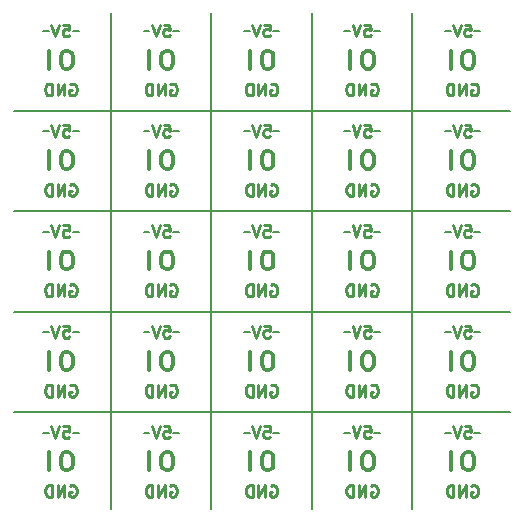
<source format=gbo>
G04 #@! TF.FileFunction,Legend,Bot*
%FSLAX46Y46*%
G04 Gerber Fmt 4.6, Leading zero omitted, Abs format (unit mm)*
G04 Created by KiCad (PCBNEW 4.0.2+dfsg1-stable) date Mo 06 Jun 2016 00:17:18 CEST*
%MOMM*%
G01*
G04 APERTURE LIST*
%ADD10C,0.100000*%
%ADD11C,0.200000*%
%ADD12C,0.250000*%
%ADD13C,0.300000*%
G04 APERTURE END LIST*
D10*
D11*
X25250000Y-18500000D02*
X25250000Y-60500000D01*
X33750000Y-60500000D02*
X33750000Y-18500000D01*
X42250000Y-18500000D02*
X42250000Y-60500000D01*
X50750000Y-60500000D02*
X50750000Y-18500000D01*
X17000000Y-52250000D02*
X59000000Y-52250000D01*
X59000000Y-43750000D02*
X17000000Y-43750000D01*
X17000000Y-35250000D02*
X59000000Y-35250000D01*
X17000000Y-26750000D02*
X59000000Y-26750000D01*
X56000000Y-54000000D02*
X56500000Y-54000000D01*
X47500000Y-54000000D02*
X48000000Y-54000000D01*
X39000000Y-54000000D02*
X39500000Y-54000000D01*
X30500000Y-54000000D02*
X31000000Y-54000000D01*
X22000000Y-54000000D02*
X22500000Y-54000000D01*
X56000000Y-45500000D02*
X56500000Y-45500000D01*
X47500000Y-45500000D02*
X48000000Y-45500000D01*
X39000000Y-45500000D02*
X39500000Y-45500000D01*
X30500000Y-45500000D02*
X31000000Y-45500000D01*
X22000000Y-45500000D02*
X22500000Y-45500000D01*
X56000000Y-37000000D02*
X56500000Y-37000000D01*
X47500000Y-37000000D02*
X48000000Y-37000000D01*
X39000000Y-37000000D02*
X39500000Y-37000000D01*
X30500000Y-37000000D02*
X31000000Y-37000000D01*
X22000000Y-37000000D02*
X22500000Y-37000000D01*
X56000000Y-28500000D02*
X56500000Y-28500000D01*
X47500000Y-28500000D02*
X48000000Y-28500000D01*
X39000000Y-28500000D02*
X39500000Y-28500000D01*
X30500000Y-28500000D02*
X31000000Y-28500000D01*
X22000000Y-28500000D02*
X22500000Y-28500000D01*
X56000000Y-20000000D02*
X56500000Y-20000000D01*
X47500000Y-20000000D02*
X48000000Y-20000000D01*
X39000000Y-20000000D02*
X39500000Y-20000000D01*
X30500000Y-20000000D02*
X31000000Y-20000000D01*
X53500000Y-54000000D02*
X54000000Y-54000000D01*
X45000000Y-54000000D02*
X45500000Y-54000000D01*
X36500000Y-54000000D02*
X37000000Y-54000000D01*
X28000000Y-54000000D02*
X28500000Y-54000000D01*
X19500000Y-54000000D02*
X20000000Y-54000000D01*
X53500000Y-45500000D02*
X54000000Y-45500000D01*
X45000000Y-45500000D02*
X45500000Y-45500000D01*
X36500000Y-45500000D02*
X37000000Y-45500000D01*
X28000000Y-45500000D02*
X28500000Y-45500000D01*
X19500000Y-45500000D02*
X20000000Y-45500000D01*
X53500000Y-37000000D02*
X54000000Y-37000000D01*
X45000000Y-37000000D02*
X45500000Y-37000000D01*
X36500000Y-37000000D02*
X37000000Y-37000000D01*
X28000000Y-37000000D02*
X28500000Y-37000000D01*
X19500000Y-37000000D02*
X20000000Y-37000000D01*
X53500000Y-28500000D02*
X54000000Y-28500000D01*
X45000000Y-28500000D02*
X45500000Y-28500000D01*
X36500000Y-28500000D02*
X37000000Y-28500000D01*
X28000000Y-28500000D02*
X28500000Y-28500000D01*
X19500000Y-28500000D02*
X20000000Y-28500000D01*
X53500000Y-20000000D02*
X54000000Y-20000000D01*
X45000000Y-20000000D02*
X45500000Y-20000000D01*
X36500000Y-20000000D02*
X37000000Y-20000000D01*
X28000000Y-20000000D02*
X28500000Y-20000000D01*
D12*
X55761904Y-58500000D02*
X55857142Y-58452381D01*
X55999999Y-58452381D01*
X56142857Y-58500000D01*
X56238095Y-58595238D01*
X56285714Y-58690476D01*
X56333333Y-58880952D01*
X56333333Y-59023810D01*
X56285714Y-59214286D01*
X56238095Y-59309524D01*
X56142857Y-59404762D01*
X55999999Y-59452381D01*
X55904761Y-59452381D01*
X55761904Y-59404762D01*
X55714285Y-59357143D01*
X55714285Y-59023810D01*
X55904761Y-59023810D01*
X55285714Y-59452381D02*
X55285714Y-58452381D01*
X54714285Y-59452381D01*
X54714285Y-58452381D01*
X54238095Y-59452381D02*
X54238095Y-58452381D01*
X54000000Y-58452381D01*
X53857142Y-58500000D01*
X53761904Y-58595238D01*
X53714285Y-58690476D01*
X53666666Y-58880952D01*
X53666666Y-59023810D01*
X53714285Y-59214286D01*
X53761904Y-59309524D01*
X53857142Y-59404762D01*
X54000000Y-59452381D01*
X54238095Y-59452381D01*
X47261904Y-58500000D02*
X47357142Y-58452381D01*
X47499999Y-58452381D01*
X47642857Y-58500000D01*
X47738095Y-58595238D01*
X47785714Y-58690476D01*
X47833333Y-58880952D01*
X47833333Y-59023810D01*
X47785714Y-59214286D01*
X47738095Y-59309524D01*
X47642857Y-59404762D01*
X47499999Y-59452381D01*
X47404761Y-59452381D01*
X47261904Y-59404762D01*
X47214285Y-59357143D01*
X47214285Y-59023810D01*
X47404761Y-59023810D01*
X46785714Y-59452381D02*
X46785714Y-58452381D01*
X46214285Y-59452381D01*
X46214285Y-58452381D01*
X45738095Y-59452381D02*
X45738095Y-58452381D01*
X45500000Y-58452381D01*
X45357142Y-58500000D01*
X45261904Y-58595238D01*
X45214285Y-58690476D01*
X45166666Y-58880952D01*
X45166666Y-59023810D01*
X45214285Y-59214286D01*
X45261904Y-59309524D01*
X45357142Y-59404762D01*
X45500000Y-59452381D01*
X45738095Y-59452381D01*
X38761904Y-58500000D02*
X38857142Y-58452381D01*
X38999999Y-58452381D01*
X39142857Y-58500000D01*
X39238095Y-58595238D01*
X39285714Y-58690476D01*
X39333333Y-58880952D01*
X39333333Y-59023810D01*
X39285714Y-59214286D01*
X39238095Y-59309524D01*
X39142857Y-59404762D01*
X38999999Y-59452381D01*
X38904761Y-59452381D01*
X38761904Y-59404762D01*
X38714285Y-59357143D01*
X38714285Y-59023810D01*
X38904761Y-59023810D01*
X38285714Y-59452381D02*
X38285714Y-58452381D01*
X37714285Y-59452381D01*
X37714285Y-58452381D01*
X37238095Y-59452381D02*
X37238095Y-58452381D01*
X37000000Y-58452381D01*
X36857142Y-58500000D01*
X36761904Y-58595238D01*
X36714285Y-58690476D01*
X36666666Y-58880952D01*
X36666666Y-59023810D01*
X36714285Y-59214286D01*
X36761904Y-59309524D01*
X36857142Y-59404762D01*
X37000000Y-59452381D01*
X37238095Y-59452381D01*
X30261904Y-58500000D02*
X30357142Y-58452381D01*
X30499999Y-58452381D01*
X30642857Y-58500000D01*
X30738095Y-58595238D01*
X30785714Y-58690476D01*
X30833333Y-58880952D01*
X30833333Y-59023810D01*
X30785714Y-59214286D01*
X30738095Y-59309524D01*
X30642857Y-59404762D01*
X30499999Y-59452381D01*
X30404761Y-59452381D01*
X30261904Y-59404762D01*
X30214285Y-59357143D01*
X30214285Y-59023810D01*
X30404761Y-59023810D01*
X29785714Y-59452381D02*
X29785714Y-58452381D01*
X29214285Y-59452381D01*
X29214285Y-58452381D01*
X28738095Y-59452381D02*
X28738095Y-58452381D01*
X28500000Y-58452381D01*
X28357142Y-58500000D01*
X28261904Y-58595238D01*
X28214285Y-58690476D01*
X28166666Y-58880952D01*
X28166666Y-59023810D01*
X28214285Y-59214286D01*
X28261904Y-59309524D01*
X28357142Y-59404762D01*
X28500000Y-59452381D01*
X28738095Y-59452381D01*
X21761904Y-58500000D02*
X21857142Y-58452381D01*
X21999999Y-58452381D01*
X22142857Y-58500000D01*
X22238095Y-58595238D01*
X22285714Y-58690476D01*
X22333333Y-58880952D01*
X22333333Y-59023810D01*
X22285714Y-59214286D01*
X22238095Y-59309524D01*
X22142857Y-59404762D01*
X21999999Y-59452381D01*
X21904761Y-59452381D01*
X21761904Y-59404762D01*
X21714285Y-59357143D01*
X21714285Y-59023810D01*
X21904761Y-59023810D01*
X21285714Y-59452381D02*
X21285714Y-58452381D01*
X20714285Y-59452381D01*
X20714285Y-58452381D01*
X20238095Y-59452381D02*
X20238095Y-58452381D01*
X20000000Y-58452381D01*
X19857142Y-58500000D01*
X19761904Y-58595238D01*
X19714285Y-58690476D01*
X19666666Y-58880952D01*
X19666666Y-59023810D01*
X19714285Y-59214286D01*
X19761904Y-59309524D01*
X19857142Y-59404762D01*
X20000000Y-59452381D01*
X20238095Y-59452381D01*
X55761904Y-50000000D02*
X55857142Y-49952381D01*
X55999999Y-49952381D01*
X56142857Y-50000000D01*
X56238095Y-50095238D01*
X56285714Y-50190476D01*
X56333333Y-50380952D01*
X56333333Y-50523810D01*
X56285714Y-50714286D01*
X56238095Y-50809524D01*
X56142857Y-50904762D01*
X55999999Y-50952381D01*
X55904761Y-50952381D01*
X55761904Y-50904762D01*
X55714285Y-50857143D01*
X55714285Y-50523810D01*
X55904761Y-50523810D01*
X55285714Y-50952381D02*
X55285714Y-49952381D01*
X54714285Y-50952381D01*
X54714285Y-49952381D01*
X54238095Y-50952381D02*
X54238095Y-49952381D01*
X54000000Y-49952381D01*
X53857142Y-50000000D01*
X53761904Y-50095238D01*
X53714285Y-50190476D01*
X53666666Y-50380952D01*
X53666666Y-50523810D01*
X53714285Y-50714286D01*
X53761904Y-50809524D01*
X53857142Y-50904762D01*
X54000000Y-50952381D01*
X54238095Y-50952381D01*
X47261904Y-50000000D02*
X47357142Y-49952381D01*
X47499999Y-49952381D01*
X47642857Y-50000000D01*
X47738095Y-50095238D01*
X47785714Y-50190476D01*
X47833333Y-50380952D01*
X47833333Y-50523810D01*
X47785714Y-50714286D01*
X47738095Y-50809524D01*
X47642857Y-50904762D01*
X47499999Y-50952381D01*
X47404761Y-50952381D01*
X47261904Y-50904762D01*
X47214285Y-50857143D01*
X47214285Y-50523810D01*
X47404761Y-50523810D01*
X46785714Y-50952381D02*
X46785714Y-49952381D01*
X46214285Y-50952381D01*
X46214285Y-49952381D01*
X45738095Y-50952381D02*
X45738095Y-49952381D01*
X45500000Y-49952381D01*
X45357142Y-50000000D01*
X45261904Y-50095238D01*
X45214285Y-50190476D01*
X45166666Y-50380952D01*
X45166666Y-50523810D01*
X45214285Y-50714286D01*
X45261904Y-50809524D01*
X45357142Y-50904762D01*
X45500000Y-50952381D01*
X45738095Y-50952381D01*
X38761904Y-50000000D02*
X38857142Y-49952381D01*
X38999999Y-49952381D01*
X39142857Y-50000000D01*
X39238095Y-50095238D01*
X39285714Y-50190476D01*
X39333333Y-50380952D01*
X39333333Y-50523810D01*
X39285714Y-50714286D01*
X39238095Y-50809524D01*
X39142857Y-50904762D01*
X38999999Y-50952381D01*
X38904761Y-50952381D01*
X38761904Y-50904762D01*
X38714285Y-50857143D01*
X38714285Y-50523810D01*
X38904761Y-50523810D01*
X38285714Y-50952381D02*
X38285714Y-49952381D01*
X37714285Y-50952381D01*
X37714285Y-49952381D01*
X37238095Y-50952381D02*
X37238095Y-49952381D01*
X37000000Y-49952381D01*
X36857142Y-50000000D01*
X36761904Y-50095238D01*
X36714285Y-50190476D01*
X36666666Y-50380952D01*
X36666666Y-50523810D01*
X36714285Y-50714286D01*
X36761904Y-50809524D01*
X36857142Y-50904762D01*
X37000000Y-50952381D01*
X37238095Y-50952381D01*
X30261904Y-50000000D02*
X30357142Y-49952381D01*
X30499999Y-49952381D01*
X30642857Y-50000000D01*
X30738095Y-50095238D01*
X30785714Y-50190476D01*
X30833333Y-50380952D01*
X30833333Y-50523810D01*
X30785714Y-50714286D01*
X30738095Y-50809524D01*
X30642857Y-50904762D01*
X30499999Y-50952381D01*
X30404761Y-50952381D01*
X30261904Y-50904762D01*
X30214285Y-50857143D01*
X30214285Y-50523810D01*
X30404761Y-50523810D01*
X29785714Y-50952381D02*
X29785714Y-49952381D01*
X29214285Y-50952381D01*
X29214285Y-49952381D01*
X28738095Y-50952381D02*
X28738095Y-49952381D01*
X28500000Y-49952381D01*
X28357142Y-50000000D01*
X28261904Y-50095238D01*
X28214285Y-50190476D01*
X28166666Y-50380952D01*
X28166666Y-50523810D01*
X28214285Y-50714286D01*
X28261904Y-50809524D01*
X28357142Y-50904762D01*
X28500000Y-50952381D01*
X28738095Y-50952381D01*
X21761904Y-50000000D02*
X21857142Y-49952381D01*
X21999999Y-49952381D01*
X22142857Y-50000000D01*
X22238095Y-50095238D01*
X22285714Y-50190476D01*
X22333333Y-50380952D01*
X22333333Y-50523810D01*
X22285714Y-50714286D01*
X22238095Y-50809524D01*
X22142857Y-50904762D01*
X21999999Y-50952381D01*
X21904761Y-50952381D01*
X21761904Y-50904762D01*
X21714285Y-50857143D01*
X21714285Y-50523810D01*
X21904761Y-50523810D01*
X21285714Y-50952381D02*
X21285714Y-49952381D01*
X20714285Y-50952381D01*
X20714285Y-49952381D01*
X20238095Y-50952381D02*
X20238095Y-49952381D01*
X20000000Y-49952381D01*
X19857142Y-50000000D01*
X19761904Y-50095238D01*
X19714285Y-50190476D01*
X19666666Y-50380952D01*
X19666666Y-50523810D01*
X19714285Y-50714286D01*
X19761904Y-50809524D01*
X19857142Y-50904762D01*
X20000000Y-50952381D01*
X20238095Y-50952381D01*
X55761904Y-41500000D02*
X55857142Y-41452381D01*
X55999999Y-41452381D01*
X56142857Y-41500000D01*
X56238095Y-41595238D01*
X56285714Y-41690476D01*
X56333333Y-41880952D01*
X56333333Y-42023810D01*
X56285714Y-42214286D01*
X56238095Y-42309524D01*
X56142857Y-42404762D01*
X55999999Y-42452381D01*
X55904761Y-42452381D01*
X55761904Y-42404762D01*
X55714285Y-42357143D01*
X55714285Y-42023810D01*
X55904761Y-42023810D01*
X55285714Y-42452381D02*
X55285714Y-41452381D01*
X54714285Y-42452381D01*
X54714285Y-41452381D01*
X54238095Y-42452381D02*
X54238095Y-41452381D01*
X54000000Y-41452381D01*
X53857142Y-41500000D01*
X53761904Y-41595238D01*
X53714285Y-41690476D01*
X53666666Y-41880952D01*
X53666666Y-42023810D01*
X53714285Y-42214286D01*
X53761904Y-42309524D01*
X53857142Y-42404762D01*
X54000000Y-42452381D01*
X54238095Y-42452381D01*
X47261904Y-41500000D02*
X47357142Y-41452381D01*
X47499999Y-41452381D01*
X47642857Y-41500000D01*
X47738095Y-41595238D01*
X47785714Y-41690476D01*
X47833333Y-41880952D01*
X47833333Y-42023810D01*
X47785714Y-42214286D01*
X47738095Y-42309524D01*
X47642857Y-42404762D01*
X47499999Y-42452381D01*
X47404761Y-42452381D01*
X47261904Y-42404762D01*
X47214285Y-42357143D01*
X47214285Y-42023810D01*
X47404761Y-42023810D01*
X46785714Y-42452381D02*
X46785714Y-41452381D01*
X46214285Y-42452381D01*
X46214285Y-41452381D01*
X45738095Y-42452381D02*
X45738095Y-41452381D01*
X45500000Y-41452381D01*
X45357142Y-41500000D01*
X45261904Y-41595238D01*
X45214285Y-41690476D01*
X45166666Y-41880952D01*
X45166666Y-42023810D01*
X45214285Y-42214286D01*
X45261904Y-42309524D01*
X45357142Y-42404762D01*
X45500000Y-42452381D01*
X45738095Y-42452381D01*
X38761904Y-41500000D02*
X38857142Y-41452381D01*
X38999999Y-41452381D01*
X39142857Y-41500000D01*
X39238095Y-41595238D01*
X39285714Y-41690476D01*
X39333333Y-41880952D01*
X39333333Y-42023810D01*
X39285714Y-42214286D01*
X39238095Y-42309524D01*
X39142857Y-42404762D01*
X38999999Y-42452381D01*
X38904761Y-42452381D01*
X38761904Y-42404762D01*
X38714285Y-42357143D01*
X38714285Y-42023810D01*
X38904761Y-42023810D01*
X38285714Y-42452381D02*
X38285714Y-41452381D01*
X37714285Y-42452381D01*
X37714285Y-41452381D01*
X37238095Y-42452381D02*
X37238095Y-41452381D01*
X37000000Y-41452381D01*
X36857142Y-41500000D01*
X36761904Y-41595238D01*
X36714285Y-41690476D01*
X36666666Y-41880952D01*
X36666666Y-42023810D01*
X36714285Y-42214286D01*
X36761904Y-42309524D01*
X36857142Y-42404762D01*
X37000000Y-42452381D01*
X37238095Y-42452381D01*
X30261904Y-41500000D02*
X30357142Y-41452381D01*
X30499999Y-41452381D01*
X30642857Y-41500000D01*
X30738095Y-41595238D01*
X30785714Y-41690476D01*
X30833333Y-41880952D01*
X30833333Y-42023810D01*
X30785714Y-42214286D01*
X30738095Y-42309524D01*
X30642857Y-42404762D01*
X30499999Y-42452381D01*
X30404761Y-42452381D01*
X30261904Y-42404762D01*
X30214285Y-42357143D01*
X30214285Y-42023810D01*
X30404761Y-42023810D01*
X29785714Y-42452381D02*
X29785714Y-41452381D01*
X29214285Y-42452381D01*
X29214285Y-41452381D01*
X28738095Y-42452381D02*
X28738095Y-41452381D01*
X28500000Y-41452381D01*
X28357142Y-41500000D01*
X28261904Y-41595238D01*
X28214285Y-41690476D01*
X28166666Y-41880952D01*
X28166666Y-42023810D01*
X28214285Y-42214286D01*
X28261904Y-42309524D01*
X28357142Y-42404762D01*
X28500000Y-42452381D01*
X28738095Y-42452381D01*
X21761904Y-41500000D02*
X21857142Y-41452381D01*
X21999999Y-41452381D01*
X22142857Y-41500000D01*
X22238095Y-41595238D01*
X22285714Y-41690476D01*
X22333333Y-41880952D01*
X22333333Y-42023810D01*
X22285714Y-42214286D01*
X22238095Y-42309524D01*
X22142857Y-42404762D01*
X21999999Y-42452381D01*
X21904761Y-42452381D01*
X21761904Y-42404762D01*
X21714285Y-42357143D01*
X21714285Y-42023810D01*
X21904761Y-42023810D01*
X21285714Y-42452381D02*
X21285714Y-41452381D01*
X20714285Y-42452381D01*
X20714285Y-41452381D01*
X20238095Y-42452381D02*
X20238095Y-41452381D01*
X20000000Y-41452381D01*
X19857142Y-41500000D01*
X19761904Y-41595238D01*
X19714285Y-41690476D01*
X19666666Y-41880952D01*
X19666666Y-42023810D01*
X19714285Y-42214286D01*
X19761904Y-42309524D01*
X19857142Y-42404762D01*
X20000000Y-42452381D01*
X20238095Y-42452381D01*
X55761904Y-33000000D02*
X55857142Y-32952381D01*
X55999999Y-32952381D01*
X56142857Y-33000000D01*
X56238095Y-33095238D01*
X56285714Y-33190476D01*
X56333333Y-33380952D01*
X56333333Y-33523810D01*
X56285714Y-33714286D01*
X56238095Y-33809524D01*
X56142857Y-33904762D01*
X55999999Y-33952381D01*
X55904761Y-33952381D01*
X55761904Y-33904762D01*
X55714285Y-33857143D01*
X55714285Y-33523810D01*
X55904761Y-33523810D01*
X55285714Y-33952381D02*
X55285714Y-32952381D01*
X54714285Y-33952381D01*
X54714285Y-32952381D01*
X54238095Y-33952381D02*
X54238095Y-32952381D01*
X54000000Y-32952381D01*
X53857142Y-33000000D01*
X53761904Y-33095238D01*
X53714285Y-33190476D01*
X53666666Y-33380952D01*
X53666666Y-33523810D01*
X53714285Y-33714286D01*
X53761904Y-33809524D01*
X53857142Y-33904762D01*
X54000000Y-33952381D01*
X54238095Y-33952381D01*
X47261904Y-33000000D02*
X47357142Y-32952381D01*
X47499999Y-32952381D01*
X47642857Y-33000000D01*
X47738095Y-33095238D01*
X47785714Y-33190476D01*
X47833333Y-33380952D01*
X47833333Y-33523810D01*
X47785714Y-33714286D01*
X47738095Y-33809524D01*
X47642857Y-33904762D01*
X47499999Y-33952381D01*
X47404761Y-33952381D01*
X47261904Y-33904762D01*
X47214285Y-33857143D01*
X47214285Y-33523810D01*
X47404761Y-33523810D01*
X46785714Y-33952381D02*
X46785714Y-32952381D01*
X46214285Y-33952381D01*
X46214285Y-32952381D01*
X45738095Y-33952381D02*
X45738095Y-32952381D01*
X45500000Y-32952381D01*
X45357142Y-33000000D01*
X45261904Y-33095238D01*
X45214285Y-33190476D01*
X45166666Y-33380952D01*
X45166666Y-33523810D01*
X45214285Y-33714286D01*
X45261904Y-33809524D01*
X45357142Y-33904762D01*
X45500000Y-33952381D01*
X45738095Y-33952381D01*
X38761904Y-33000000D02*
X38857142Y-32952381D01*
X38999999Y-32952381D01*
X39142857Y-33000000D01*
X39238095Y-33095238D01*
X39285714Y-33190476D01*
X39333333Y-33380952D01*
X39333333Y-33523810D01*
X39285714Y-33714286D01*
X39238095Y-33809524D01*
X39142857Y-33904762D01*
X38999999Y-33952381D01*
X38904761Y-33952381D01*
X38761904Y-33904762D01*
X38714285Y-33857143D01*
X38714285Y-33523810D01*
X38904761Y-33523810D01*
X38285714Y-33952381D02*
X38285714Y-32952381D01*
X37714285Y-33952381D01*
X37714285Y-32952381D01*
X37238095Y-33952381D02*
X37238095Y-32952381D01*
X37000000Y-32952381D01*
X36857142Y-33000000D01*
X36761904Y-33095238D01*
X36714285Y-33190476D01*
X36666666Y-33380952D01*
X36666666Y-33523810D01*
X36714285Y-33714286D01*
X36761904Y-33809524D01*
X36857142Y-33904762D01*
X37000000Y-33952381D01*
X37238095Y-33952381D01*
X30261904Y-33000000D02*
X30357142Y-32952381D01*
X30499999Y-32952381D01*
X30642857Y-33000000D01*
X30738095Y-33095238D01*
X30785714Y-33190476D01*
X30833333Y-33380952D01*
X30833333Y-33523810D01*
X30785714Y-33714286D01*
X30738095Y-33809524D01*
X30642857Y-33904762D01*
X30499999Y-33952381D01*
X30404761Y-33952381D01*
X30261904Y-33904762D01*
X30214285Y-33857143D01*
X30214285Y-33523810D01*
X30404761Y-33523810D01*
X29785714Y-33952381D02*
X29785714Y-32952381D01*
X29214285Y-33952381D01*
X29214285Y-32952381D01*
X28738095Y-33952381D02*
X28738095Y-32952381D01*
X28500000Y-32952381D01*
X28357142Y-33000000D01*
X28261904Y-33095238D01*
X28214285Y-33190476D01*
X28166666Y-33380952D01*
X28166666Y-33523810D01*
X28214285Y-33714286D01*
X28261904Y-33809524D01*
X28357142Y-33904762D01*
X28500000Y-33952381D01*
X28738095Y-33952381D01*
X21761904Y-33000000D02*
X21857142Y-32952381D01*
X21999999Y-32952381D01*
X22142857Y-33000000D01*
X22238095Y-33095238D01*
X22285714Y-33190476D01*
X22333333Y-33380952D01*
X22333333Y-33523810D01*
X22285714Y-33714286D01*
X22238095Y-33809524D01*
X22142857Y-33904762D01*
X21999999Y-33952381D01*
X21904761Y-33952381D01*
X21761904Y-33904762D01*
X21714285Y-33857143D01*
X21714285Y-33523810D01*
X21904761Y-33523810D01*
X21285714Y-33952381D02*
X21285714Y-32952381D01*
X20714285Y-33952381D01*
X20714285Y-32952381D01*
X20238095Y-33952381D02*
X20238095Y-32952381D01*
X20000000Y-32952381D01*
X19857142Y-33000000D01*
X19761904Y-33095238D01*
X19714285Y-33190476D01*
X19666666Y-33380952D01*
X19666666Y-33523810D01*
X19714285Y-33714286D01*
X19761904Y-33809524D01*
X19857142Y-33904762D01*
X20000000Y-33952381D01*
X20238095Y-33952381D01*
X55761904Y-24500000D02*
X55857142Y-24452381D01*
X55999999Y-24452381D01*
X56142857Y-24500000D01*
X56238095Y-24595238D01*
X56285714Y-24690476D01*
X56333333Y-24880952D01*
X56333333Y-25023810D01*
X56285714Y-25214286D01*
X56238095Y-25309524D01*
X56142857Y-25404762D01*
X55999999Y-25452381D01*
X55904761Y-25452381D01*
X55761904Y-25404762D01*
X55714285Y-25357143D01*
X55714285Y-25023810D01*
X55904761Y-25023810D01*
X55285714Y-25452381D02*
X55285714Y-24452381D01*
X54714285Y-25452381D01*
X54714285Y-24452381D01*
X54238095Y-25452381D02*
X54238095Y-24452381D01*
X54000000Y-24452381D01*
X53857142Y-24500000D01*
X53761904Y-24595238D01*
X53714285Y-24690476D01*
X53666666Y-24880952D01*
X53666666Y-25023810D01*
X53714285Y-25214286D01*
X53761904Y-25309524D01*
X53857142Y-25404762D01*
X54000000Y-25452381D01*
X54238095Y-25452381D01*
X47261904Y-24500000D02*
X47357142Y-24452381D01*
X47499999Y-24452381D01*
X47642857Y-24500000D01*
X47738095Y-24595238D01*
X47785714Y-24690476D01*
X47833333Y-24880952D01*
X47833333Y-25023810D01*
X47785714Y-25214286D01*
X47738095Y-25309524D01*
X47642857Y-25404762D01*
X47499999Y-25452381D01*
X47404761Y-25452381D01*
X47261904Y-25404762D01*
X47214285Y-25357143D01*
X47214285Y-25023810D01*
X47404761Y-25023810D01*
X46785714Y-25452381D02*
X46785714Y-24452381D01*
X46214285Y-25452381D01*
X46214285Y-24452381D01*
X45738095Y-25452381D02*
X45738095Y-24452381D01*
X45500000Y-24452381D01*
X45357142Y-24500000D01*
X45261904Y-24595238D01*
X45214285Y-24690476D01*
X45166666Y-24880952D01*
X45166666Y-25023810D01*
X45214285Y-25214286D01*
X45261904Y-25309524D01*
X45357142Y-25404762D01*
X45500000Y-25452381D01*
X45738095Y-25452381D01*
X38761904Y-24500000D02*
X38857142Y-24452381D01*
X38999999Y-24452381D01*
X39142857Y-24500000D01*
X39238095Y-24595238D01*
X39285714Y-24690476D01*
X39333333Y-24880952D01*
X39333333Y-25023810D01*
X39285714Y-25214286D01*
X39238095Y-25309524D01*
X39142857Y-25404762D01*
X38999999Y-25452381D01*
X38904761Y-25452381D01*
X38761904Y-25404762D01*
X38714285Y-25357143D01*
X38714285Y-25023810D01*
X38904761Y-25023810D01*
X38285714Y-25452381D02*
X38285714Y-24452381D01*
X37714285Y-25452381D01*
X37714285Y-24452381D01*
X37238095Y-25452381D02*
X37238095Y-24452381D01*
X37000000Y-24452381D01*
X36857142Y-24500000D01*
X36761904Y-24595238D01*
X36714285Y-24690476D01*
X36666666Y-24880952D01*
X36666666Y-25023810D01*
X36714285Y-25214286D01*
X36761904Y-25309524D01*
X36857142Y-25404762D01*
X37000000Y-25452381D01*
X37238095Y-25452381D01*
X30261904Y-24500000D02*
X30357142Y-24452381D01*
X30499999Y-24452381D01*
X30642857Y-24500000D01*
X30738095Y-24595238D01*
X30785714Y-24690476D01*
X30833333Y-24880952D01*
X30833333Y-25023810D01*
X30785714Y-25214286D01*
X30738095Y-25309524D01*
X30642857Y-25404762D01*
X30499999Y-25452381D01*
X30404761Y-25452381D01*
X30261904Y-25404762D01*
X30214285Y-25357143D01*
X30214285Y-25023810D01*
X30404761Y-25023810D01*
X29785714Y-25452381D02*
X29785714Y-24452381D01*
X29214285Y-25452381D01*
X29214285Y-24452381D01*
X28738095Y-25452381D02*
X28738095Y-24452381D01*
X28500000Y-24452381D01*
X28357142Y-24500000D01*
X28261904Y-24595238D01*
X28214285Y-24690476D01*
X28166666Y-24880952D01*
X28166666Y-25023810D01*
X28214285Y-25214286D01*
X28261904Y-25309524D01*
X28357142Y-25404762D01*
X28500000Y-25452381D01*
X28738095Y-25452381D01*
X55190476Y-53452381D02*
X55666667Y-53452381D01*
X55714286Y-53928571D01*
X55666667Y-53880952D01*
X55571429Y-53833333D01*
X55333333Y-53833333D01*
X55238095Y-53880952D01*
X55190476Y-53928571D01*
X55142857Y-54023810D01*
X55142857Y-54261905D01*
X55190476Y-54357143D01*
X55238095Y-54404762D01*
X55333333Y-54452381D01*
X55571429Y-54452381D01*
X55666667Y-54404762D01*
X55714286Y-54357143D01*
X54857143Y-53452381D02*
X54523810Y-54452381D01*
X54190476Y-53452381D01*
X46690476Y-53452381D02*
X47166667Y-53452381D01*
X47214286Y-53928571D01*
X47166667Y-53880952D01*
X47071429Y-53833333D01*
X46833333Y-53833333D01*
X46738095Y-53880952D01*
X46690476Y-53928571D01*
X46642857Y-54023810D01*
X46642857Y-54261905D01*
X46690476Y-54357143D01*
X46738095Y-54404762D01*
X46833333Y-54452381D01*
X47071429Y-54452381D01*
X47166667Y-54404762D01*
X47214286Y-54357143D01*
X46357143Y-53452381D02*
X46023810Y-54452381D01*
X45690476Y-53452381D01*
X38190476Y-53452381D02*
X38666667Y-53452381D01*
X38714286Y-53928571D01*
X38666667Y-53880952D01*
X38571429Y-53833333D01*
X38333333Y-53833333D01*
X38238095Y-53880952D01*
X38190476Y-53928571D01*
X38142857Y-54023810D01*
X38142857Y-54261905D01*
X38190476Y-54357143D01*
X38238095Y-54404762D01*
X38333333Y-54452381D01*
X38571429Y-54452381D01*
X38666667Y-54404762D01*
X38714286Y-54357143D01*
X37857143Y-53452381D02*
X37523810Y-54452381D01*
X37190476Y-53452381D01*
X29690476Y-53452381D02*
X30166667Y-53452381D01*
X30214286Y-53928571D01*
X30166667Y-53880952D01*
X30071429Y-53833333D01*
X29833333Y-53833333D01*
X29738095Y-53880952D01*
X29690476Y-53928571D01*
X29642857Y-54023810D01*
X29642857Y-54261905D01*
X29690476Y-54357143D01*
X29738095Y-54404762D01*
X29833333Y-54452381D01*
X30071429Y-54452381D01*
X30166667Y-54404762D01*
X30214286Y-54357143D01*
X29357143Y-53452381D02*
X29023810Y-54452381D01*
X28690476Y-53452381D01*
X21190476Y-53452381D02*
X21666667Y-53452381D01*
X21714286Y-53928571D01*
X21666667Y-53880952D01*
X21571429Y-53833333D01*
X21333333Y-53833333D01*
X21238095Y-53880952D01*
X21190476Y-53928571D01*
X21142857Y-54023810D01*
X21142857Y-54261905D01*
X21190476Y-54357143D01*
X21238095Y-54404762D01*
X21333333Y-54452381D01*
X21571429Y-54452381D01*
X21666667Y-54404762D01*
X21714286Y-54357143D01*
X20857143Y-53452381D02*
X20523810Y-54452381D01*
X20190476Y-53452381D01*
X55190476Y-44952381D02*
X55666667Y-44952381D01*
X55714286Y-45428571D01*
X55666667Y-45380952D01*
X55571429Y-45333333D01*
X55333333Y-45333333D01*
X55238095Y-45380952D01*
X55190476Y-45428571D01*
X55142857Y-45523810D01*
X55142857Y-45761905D01*
X55190476Y-45857143D01*
X55238095Y-45904762D01*
X55333333Y-45952381D01*
X55571429Y-45952381D01*
X55666667Y-45904762D01*
X55714286Y-45857143D01*
X54857143Y-44952381D02*
X54523810Y-45952381D01*
X54190476Y-44952381D01*
X46690476Y-44952381D02*
X47166667Y-44952381D01*
X47214286Y-45428571D01*
X47166667Y-45380952D01*
X47071429Y-45333333D01*
X46833333Y-45333333D01*
X46738095Y-45380952D01*
X46690476Y-45428571D01*
X46642857Y-45523810D01*
X46642857Y-45761905D01*
X46690476Y-45857143D01*
X46738095Y-45904762D01*
X46833333Y-45952381D01*
X47071429Y-45952381D01*
X47166667Y-45904762D01*
X47214286Y-45857143D01*
X46357143Y-44952381D02*
X46023810Y-45952381D01*
X45690476Y-44952381D01*
X38190476Y-44952381D02*
X38666667Y-44952381D01*
X38714286Y-45428571D01*
X38666667Y-45380952D01*
X38571429Y-45333333D01*
X38333333Y-45333333D01*
X38238095Y-45380952D01*
X38190476Y-45428571D01*
X38142857Y-45523810D01*
X38142857Y-45761905D01*
X38190476Y-45857143D01*
X38238095Y-45904762D01*
X38333333Y-45952381D01*
X38571429Y-45952381D01*
X38666667Y-45904762D01*
X38714286Y-45857143D01*
X37857143Y-44952381D02*
X37523810Y-45952381D01*
X37190476Y-44952381D01*
X29690476Y-44952381D02*
X30166667Y-44952381D01*
X30214286Y-45428571D01*
X30166667Y-45380952D01*
X30071429Y-45333333D01*
X29833333Y-45333333D01*
X29738095Y-45380952D01*
X29690476Y-45428571D01*
X29642857Y-45523810D01*
X29642857Y-45761905D01*
X29690476Y-45857143D01*
X29738095Y-45904762D01*
X29833333Y-45952381D01*
X30071429Y-45952381D01*
X30166667Y-45904762D01*
X30214286Y-45857143D01*
X29357143Y-44952381D02*
X29023810Y-45952381D01*
X28690476Y-44952381D01*
X21190476Y-44952381D02*
X21666667Y-44952381D01*
X21714286Y-45428571D01*
X21666667Y-45380952D01*
X21571429Y-45333333D01*
X21333333Y-45333333D01*
X21238095Y-45380952D01*
X21190476Y-45428571D01*
X21142857Y-45523810D01*
X21142857Y-45761905D01*
X21190476Y-45857143D01*
X21238095Y-45904762D01*
X21333333Y-45952381D01*
X21571429Y-45952381D01*
X21666667Y-45904762D01*
X21714286Y-45857143D01*
X20857143Y-44952381D02*
X20523810Y-45952381D01*
X20190476Y-44952381D01*
X55190476Y-36452381D02*
X55666667Y-36452381D01*
X55714286Y-36928571D01*
X55666667Y-36880952D01*
X55571429Y-36833333D01*
X55333333Y-36833333D01*
X55238095Y-36880952D01*
X55190476Y-36928571D01*
X55142857Y-37023810D01*
X55142857Y-37261905D01*
X55190476Y-37357143D01*
X55238095Y-37404762D01*
X55333333Y-37452381D01*
X55571429Y-37452381D01*
X55666667Y-37404762D01*
X55714286Y-37357143D01*
X54857143Y-36452381D02*
X54523810Y-37452381D01*
X54190476Y-36452381D01*
X46690476Y-36452381D02*
X47166667Y-36452381D01*
X47214286Y-36928571D01*
X47166667Y-36880952D01*
X47071429Y-36833333D01*
X46833333Y-36833333D01*
X46738095Y-36880952D01*
X46690476Y-36928571D01*
X46642857Y-37023810D01*
X46642857Y-37261905D01*
X46690476Y-37357143D01*
X46738095Y-37404762D01*
X46833333Y-37452381D01*
X47071429Y-37452381D01*
X47166667Y-37404762D01*
X47214286Y-37357143D01*
X46357143Y-36452381D02*
X46023810Y-37452381D01*
X45690476Y-36452381D01*
X38190476Y-36452381D02*
X38666667Y-36452381D01*
X38714286Y-36928571D01*
X38666667Y-36880952D01*
X38571429Y-36833333D01*
X38333333Y-36833333D01*
X38238095Y-36880952D01*
X38190476Y-36928571D01*
X38142857Y-37023810D01*
X38142857Y-37261905D01*
X38190476Y-37357143D01*
X38238095Y-37404762D01*
X38333333Y-37452381D01*
X38571429Y-37452381D01*
X38666667Y-37404762D01*
X38714286Y-37357143D01*
X37857143Y-36452381D02*
X37523810Y-37452381D01*
X37190476Y-36452381D01*
X29690476Y-36452381D02*
X30166667Y-36452381D01*
X30214286Y-36928571D01*
X30166667Y-36880952D01*
X30071429Y-36833333D01*
X29833333Y-36833333D01*
X29738095Y-36880952D01*
X29690476Y-36928571D01*
X29642857Y-37023810D01*
X29642857Y-37261905D01*
X29690476Y-37357143D01*
X29738095Y-37404762D01*
X29833333Y-37452381D01*
X30071429Y-37452381D01*
X30166667Y-37404762D01*
X30214286Y-37357143D01*
X29357143Y-36452381D02*
X29023810Y-37452381D01*
X28690476Y-36452381D01*
X21190476Y-36452381D02*
X21666667Y-36452381D01*
X21714286Y-36928571D01*
X21666667Y-36880952D01*
X21571429Y-36833333D01*
X21333333Y-36833333D01*
X21238095Y-36880952D01*
X21190476Y-36928571D01*
X21142857Y-37023810D01*
X21142857Y-37261905D01*
X21190476Y-37357143D01*
X21238095Y-37404762D01*
X21333333Y-37452381D01*
X21571429Y-37452381D01*
X21666667Y-37404762D01*
X21714286Y-37357143D01*
X20857143Y-36452381D02*
X20523810Y-37452381D01*
X20190476Y-36452381D01*
X55190476Y-27952381D02*
X55666667Y-27952381D01*
X55714286Y-28428571D01*
X55666667Y-28380952D01*
X55571429Y-28333333D01*
X55333333Y-28333333D01*
X55238095Y-28380952D01*
X55190476Y-28428571D01*
X55142857Y-28523810D01*
X55142857Y-28761905D01*
X55190476Y-28857143D01*
X55238095Y-28904762D01*
X55333333Y-28952381D01*
X55571429Y-28952381D01*
X55666667Y-28904762D01*
X55714286Y-28857143D01*
X54857143Y-27952381D02*
X54523810Y-28952381D01*
X54190476Y-27952381D01*
X46690476Y-27952381D02*
X47166667Y-27952381D01*
X47214286Y-28428571D01*
X47166667Y-28380952D01*
X47071429Y-28333333D01*
X46833333Y-28333333D01*
X46738095Y-28380952D01*
X46690476Y-28428571D01*
X46642857Y-28523810D01*
X46642857Y-28761905D01*
X46690476Y-28857143D01*
X46738095Y-28904762D01*
X46833333Y-28952381D01*
X47071429Y-28952381D01*
X47166667Y-28904762D01*
X47214286Y-28857143D01*
X46357143Y-27952381D02*
X46023810Y-28952381D01*
X45690476Y-27952381D01*
X38190476Y-27952381D02*
X38666667Y-27952381D01*
X38714286Y-28428571D01*
X38666667Y-28380952D01*
X38571429Y-28333333D01*
X38333333Y-28333333D01*
X38238095Y-28380952D01*
X38190476Y-28428571D01*
X38142857Y-28523810D01*
X38142857Y-28761905D01*
X38190476Y-28857143D01*
X38238095Y-28904762D01*
X38333333Y-28952381D01*
X38571429Y-28952381D01*
X38666667Y-28904762D01*
X38714286Y-28857143D01*
X37857143Y-27952381D02*
X37523810Y-28952381D01*
X37190476Y-27952381D01*
X29690476Y-27952381D02*
X30166667Y-27952381D01*
X30214286Y-28428571D01*
X30166667Y-28380952D01*
X30071429Y-28333333D01*
X29833333Y-28333333D01*
X29738095Y-28380952D01*
X29690476Y-28428571D01*
X29642857Y-28523810D01*
X29642857Y-28761905D01*
X29690476Y-28857143D01*
X29738095Y-28904762D01*
X29833333Y-28952381D01*
X30071429Y-28952381D01*
X30166667Y-28904762D01*
X30214286Y-28857143D01*
X29357143Y-27952381D02*
X29023810Y-28952381D01*
X28690476Y-27952381D01*
X21190476Y-27952381D02*
X21666667Y-27952381D01*
X21714286Y-28428571D01*
X21666667Y-28380952D01*
X21571429Y-28333333D01*
X21333333Y-28333333D01*
X21238095Y-28380952D01*
X21190476Y-28428571D01*
X21142857Y-28523810D01*
X21142857Y-28761905D01*
X21190476Y-28857143D01*
X21238095Y-28904762D01*
X21333333Y-28952381D01*
X21571429Y-28952381D01*
X21666667Y-28904762D01*
X21714286Y-28857143D01*
X20857143Y-27952381D02*
X20523810Y-28952381D01*
X20190476Y-27952381D01*
X55190476Y-19452381D02*
X55666667Y-19452381D01*
X55714286Y-19928571D01*
X55666667Y-19880952D01*
X55571429Y-19833333D01*
X55333333Y-19833333D01*
X55238095Y-19880952D01*
X55190476Y-19928571D01*
X55142857Y-20023810D01*
X55142857Y-20261905D01*
X55190476Y-20357143D01*
X55238095Y-20404762D01*
X55333333Y-20452381D01*
X55571429Y-20452381D01*
X55666667Y-20404762D01*
X55714286Y-20357143D01*
X54857143Y-19452381D02*
X54523810Y-20452381D01*
X54190476Y-19452381D01*
X46690476Y-19452381D02*
X47166667Y-19452381D01*
X47214286Y-19928571D01*
X47166667Y-19880952D01*
X47071429Y-19833333D01*
X46833333Y-19833333D01*
X46738095Y-19880952D01*
X46690476Y-19928571D01*
X46642857Y-20023810D01*
X46642857Y-20261905D01*
X46690476Y-20357143D01*
X46738095Y-20404762D01*
X46833333Y-20452381D01*
X47071429Y-20452381D01*
X47166667Y-20404762D01*
X47214286Y-20357143D01*
X46357143Y-19452381D02*
X46023810Y-20452381D01*
X45690476Y-19452381D01*
X38190476Y-19452381D02*
X38666667Y-19452381D01*
X38714286Y-19928571D01*
X38666667Y-19880952D01*
X38571429Y-19833333D01*
X38333333Y-19833333D01*
X38238095Y-19880952D01*
X38190476Y-19928571D01*
X38142857Y-20023810D01*
X38142857Y-20261905D01*
X38190476Y-20357143D01*
X38238095Y-20404762D01*
X38333333Y-20452381D01*
X38571429Y-20452381D01*
X38666667Y-20404762D01*
X38714286Y-20357143D01*
X37857143Y-19452381D02*
X37523810Y-20452381D01*
X37190476Y-19452381D01*
X29690476Y-19452381D02*
X30166667Y-19452381D01*
X30214286Y-19928571D01*
X30166667Y-19880952D01*
X30071429Y-19833333D01*
X29833333Y-19833333D01*
X29738095Y-19880952D01*
X29690476Y-19928571D01*
X29642857Y-20023810D01*
X29642857Y-20261905D01*
X29690476Y-20357143D01*
X29738095Y-20404762D01*
X29833333Y-20452381D01*
X30071429Y-20452381D01*
X30166667Y-20404762D01*
X30214286Y-20357143D01*
X29357143Y-19452381D02*
X29023810Y-20452381D01*
X28690476Y-19452381D01*
D13*
X54000000Y-57178571D02*
X54000000Y-55678571D01*
X45500000Y-57178571D02*
X45500000Y-55678571D01*
X37000000Y-57178571D02*
X37000000Y-55678571D01*
X28500000Y-57178571D02*
X28500000Y-55678571D01*
X20000000Y-57178571D02*
X20000000Y-55678571D01*
X54000000Y-48678571D02*
X54000000Y-47178571D01*
X45500000Y-48678571D02*
X45500000Y-47178571D01*
X37000000Y-48678571D02*
X37000000Y-47178571D01*
X28500000Y-48678571D02*
X28500000Y-47178571D01*
X20000000Y-48678571D02*
X20000000Y-47178571D01*
X54000000Y-40178571D02*
X54000000Y-38678571D01*
X45500000Y-40178571D02*
X45500000Y-38678571D01*
X37000000Y-40178571D02*
X37000000Y-38678571D01*
X28500000Y-40178571D02*
X28500000Y-38678571D01*
X20000000Y-40178571D02*
X20000000Y-38678571D01*
X54000000Y-31678571D02*
X54000000Y-30178571D01*
X45500000Y-31678571D02*
X45500000Y-30178571D01*
X37000000Y-31678571D02*
X37000000Y-30178571D01*
X28500000Y-31678571D02*
X28500000Y-30178571D01*
X20000000Y-31678571D02*
X20000000Y-30178571D01*
X54000000Y-23178571D02*
X54000000Y-21678571D01*
X45500000Y-23178571D02*
X45500000Y-21678571D01*
X37000000Y-23178571D02*
X37000000Y-21678571D01*
X28500000Y-23178571D02*
X28500000Y-21678571D01*
X55642857Y-55678571D02*
X55357143Y-55678571D01*
X55214285Y-55750000D01*
X55071428Y-55892857D01*
X55000000Y-56178571D01*
X55000000Y-56678571D01*
X55071428Y-56964286D01*
X55214285Y-57107143D01*
X55357143Y-57178571D01*
X55642857Y-57178571D01*
X55785714Y-57107143D01*
X55928571Y-56964286D01*
X56000000Y-56678571D01*
X56000000Y-56178571D01*
X55928571Y-55892857D01*
X55785714Y-55750000D01*
X55642857Y-55678571D01*
X47142857Y-55678571D02*
X46857143Y-55678571D01*
X46714285Y-55750000D01*
X46571428Y-55892857D01*
X46500000Y-56178571D01*
X46500000Y-56678571D01*
X46571428Y-56964286D01*
X46714285Y-57107143D01*
X46857143Y-57178571D01*
X47142857Y-57178571D01*
X47285714Y-57107143D01*
X47428571Y-56964286D01*
X47500000Y-56678571D01*
X47500000Y-56178571D01*
X47428571Y-55892857D01*
X47285714Y-55750000D01*
X47142857Y-55678571D01*
X38642857Y-55678571D02*
X38357143Y-55678571D01*
X38214285Y-55750000D01*
X38071428Y-55892857D01*
X38000000Y-56178571D01*
X38000000Y-56678571D01*
X38071428Y-56964286D01*
X38214285Y-57107143D01*
X38357143Y-57178571D01*
X38642857Y-57178571D01*
X38785714Y-57107143D01*
X38928571Y-56964286D01*
X39000000Y-56678571D01*
X39000000Y-56178571D01*
X38928571Y-55892857D01*
X38785714Y-55750000D01*
X38642857Y-55678571D01*
X30142857Y-55678571D02*
X29857143Y-55678571D01*
X29714285Y-55750000D01*
X29571428Y-55892857D01*
X29500000Y-56178571D01*
X29500000Y-56678571D01*
X29571428Y-56964286D01*
X29714285Y-57107143D01*
X29857143Y-57178571D01*
X30142857Y-57178571D01*
X30285714Y-57107143D01*
X30428571Y-56964286D01*
X30500000Y-56678571D01*
X30500000Y-56178571D01*
X30428571Y-55892857D01*
X30285714Y-55750000D01*
X30142857Y-55678571D01*
X21642857Y-55678571D02*
X21357143Y-55678571D01*
X21214285Y-55750000D01*
X21071428Y-55892857D01*
X21000000Y-56178571D01*
X21000000Y-56678571D01*
X21071428Y-56964286D01*
X21214285Y-57107143D01*
X21357143Y-57178571D01*
X21642857Y-57178571D01*
X21785714Y-57107143D01*
X21928571Y-56964286D01*
X22000000Y-56678571D01*
X22000000Y-56178571D01*
X21928571Y-55892857D01*
X21785714Y-55750000D01*
X21642857Y-55678571D01*
X55642857Y-47178571D02*
X55357143Y-47178571D01*
X55214285Y-47250000D01*
X55071428Y-47392857D01*
X55000000Y-47678571D01*
X55000000Y-48178571D01*
X55071428Y-48464286D01*
X55214285Y-48607143D01*
X55357143Y-48678571D01*
X55642857Y-48678571D01*
X55785714Y-48607143D01*
X55928571Y-48464286D01*
X56000000Y-48178571D01*
X56000000Y-47678571D01*
X55928571Y-47392857D01*
X55785714Y-47250000D01*
X55642857Y-47178571D01*
X47142857Y-47178571D02*
X46857143Y-47178571D01*
X46714285Y-47250000D01*
X46571428Y-47392857D01*
X46500000Y-47678571D01*
X46500000Y-48178571D01*
X46571428Y-48464286D01*
X46714285Y-48607143D01*
X46857143Y-48678571D01*
X47142857Y-48678571D01*
X47285714Y-48607143D01*
X47428571Y-48464286D01*
X47500000Y-48178571D01*
X47500000Y-47678571D01*
X47428571Y-47392857D01*
X47285714Y-47250000D01*
X47142857Y-47178571D01*
X38642857Y-47178571D02*
X38357143Y-47178571D01*
X38214285Y-47250000D01*
X38071428Y-47392857D01*
X38000000Y-47678571D01*
X38000000Y-48178571D01*
X38071428Y-48464286D01*
X38214285Y-48607143D01*
X38357143Y-48678571D01*
X38642857Y-48678571D01*
X38785714Y-48607143D01*
X38928571Y-48464286D01*
X39000000Y-48178571D01*
X39000000Y-47678571D01*
X38928571Y-47392857D01*
X38785714Y-47250000D01*
X38642857Y-47178571D01*
X30142857Y-47178571D02*
X29857143Y-47178571D01*
X29714285Y-47250000D01*
X29571428Y-47392857D01*
X29500000Y-47678571D01*
X29500000Y-48178571D01*
X29571428Y-48464286D01*
X29714285Y-48607143D01*
X29857143Y-48678571D01*
X30142857Y-48678571D01*
X30285714Y-48607143D01*
X30428571Y-48464286D01*
X30500000Y-48178571D01*
X30500000Y-47678571D01*
X30428571Y-47392857D01*
X30285714Y-47250000D01*
X30142857Y-47178571D01*
X21642857Y-47178571D02*
X21357143Y-47178571D01*
X21214285Y-47250000D01*
X21071428Y-47392857D01*
X21000000Y-47678571D01*
X21000000Y-48178571D01*
X21071428Y-48464286D01*
X21214285Y-48607143D01*
X21357143Y-48678571D01*
X21642857Y-48678571D01*
X21785714Y-48607143D01*
X21928571Y-48464286D01*
X22000000Y-48178571D01*
X22000000Y-47678571D01*
X21928571Y-47392857D01*
X21785714Y-47250000D01*
X21642857Y-47178571D01*
X55642857Y-38678571D02*
X55357143Y-38678571D01*
X55214285Y-38750000D01*
X55071428Y-38892857D01*
X55000000Y-39178571D01*
X55000000Y-39678571D01*
X55071428Y-39964286D01*
X55214285Y-40107143D01*
X55357143Y-40178571D01*
X55642857Y-40178571D01*
X55785714Y-40107143D01*
X55928571Y-39964286D01*
X56000000Y-39678571D01*
X56000000Y-39178571D01*
X55928571Y-38892857D01*
X55785714Y-38750000D01*
X55642857Y-38678571D01*
X47142857Y-38678571D02*
X46857143Y-38678571D01*
X46714285Y-38750000D01*
X46571428Y-38892857D01*
X46500000Y-39178571D01*
X46500000Y-39678571D01*
X46571428Y-39964286D01*
X46714285Y-40107143D01*
X46857143Y-40178571D01*
X47142857Y-40178571D01*
X47285714Y-40107143D01*
X47428571Y-39964286D01*
X47500000Y-39678571D01*
X47500000Y-39178571D01*
X47428571Y-38892857D01*
X47285714Y-38750000D01*
X47142857Y-38678571D01*
X38642857Y-38678571D02*
X38357143Y-38678571D01*
X38214285Y-38750000D01*
X38071428Y-38892857D01*
X38000000Y-39178571D01*
X38000000Y-39678571D01*
X38071428Y-39964286D01*
X38214285Y-40107143D01*
X38357143Y-40178571D01*
X38642857Y-40178571D01*
X38785714Y-40107143D01*
X38928571Y-39964286D01*
X39000000Y-39678571D01*
X39000000Y-39178571D01*
X38928571Y-38892857D01*
X38785714Y-38750000D01*
X38642857Y-38678571D01*
X30142857Y-38678571D02*
X29857143Y-38678571D01*
X29714285Y-38750000D01*
X29571428Y-38892857D01*
X29500000Y-39178571D01*
X29500000Y-39678571D01*
X29571428Y-39964286D01*
X29714285Y-40107143D01*
X29857143Y-40178571D01*
X30142857Y-40178571D01*
X30285714Y-40107143D01*
X30428571Y-39964286D01*
X30500000Y-39678571D01*
X30500000Y-39178571D01*
X30428571Y-38892857D01*
X30285714Y-38750000D01*
X30142857Y-38678571D01*
X21642857Y-38678571D02*
X21357143Y-38678571D01*
X21214285Y-38750000D01*
X21071428Y-38892857D01*
X21000000Y-39178571D01*
X21000000Y-39678571D01*
X21071428Y-39964286D01*
X21214285Y-40107143D01*
X21357143Y-40178571D01*
X21642857Y-40178571D01*
X21785714Y-40107143D01*
X21928571Y-39964286D01*
X22000000Y-39678571D01*
X22000000Y-39178571D01*
X21928571Y-38892857D01*
X21785714Y-38750000D01*
X21642857Y-38678571D01*
X55642857Y-30178571D02*
X55357143Y-30178571D01*
X55214285Y-30250000D01*
X55071428Y-30392857D01*
X55000000Y-30678571D01*
X55000000Y-31178571D01*
X55071428Y-31464286D01*
X55214285Y-31607143D01*
X55357143Y-31678571D01*
X55642857Y-31678571D01*
X55785714Y-31607143D01*
X55928571Y-31464286D01*
X56000000Y-31178571D01*
X56000000Y-30678571D01*
X55928571Y-30392857D01*
X55785714Y-30250000D01*
X55642857Y-30178571D01*
X47142857Y-30178571D02*
X46857143Y-30178571D01*
X46714285Y-30250000D01*
X46571428Y-30392857D01*
X46500000Y-30678571D01*
X46500000Y-31178571D01*
X46571428Y-31464286D01*
X46714285Y-31607143D01*
X46857143Y-31678571D01*
X47142857Y-31678571D01*
X47285714Y-31607143D01*
X47428571Y-31464286D01*
X47500000Y-31178571D01*
X47500000Y-30678571D01*
X47428571Y-30392857D01*
X47285714Y-30250000D01*
X47142857Y-30178571D01*
X38642857Y-30178571D02*
X38357143Y-30178571D01*
X38214285Y-30250000D01*
X38071428Y-30392857D01*
X38000000Y-30678571D01*
X38000000Y-31178571D01*
X38071428Y-31464286D01*
X38214285Y-31607143D01*
X38357143Y-31678571D01*
X38642857Y-31678571D01*
X38785714Y-31607143D01*
X38928571Y-31464286D01*
X39000000Y-31178571D01*
X39000000Y-30678571D01*
X38928571Y-30392857D01*
X38785714Y-30250000D01*
X38642857Y-30178571D01*
X30142857Y-30178571D02*
X29857143Y-30178571D01*
X29714285Y-30250000D01*
X29571428Y-30392857D01*
X29500000Y-30678571D01*
X29500000Y-31178571D01*
X29571428Y-31464286D01*
X29714285Y-31607143D01*
X29857143Y-31678571D01*
X30142857Y-31678571D01*
X30285714Y-31607143D01*
X30428571Y-31464286D01*
X30500000Y-31178571D01*
X30500000Y-30678571D01*
X30428571Y-30392857D01*
X30285714Y-30250000D01*
X30142857Y-30178571D01*
X21642857Y-30178571D02*
X21357143Y-30178571D01*
X21214285Y-30250000D01*
X21071428Y-30392857D01*
X21000000Y-30678571D01*
X21000000Y-31178571D01*
X21071428Y-31464286D01*
X21214285Y-31607143D01*
X21357143Y-31678571D01*
X21642857Y-31678571D01*
X21785714Y-31607143D01*
X21928571Y-31464286D01*
X22000000Y-31178571D01*
X22000000Y-30678571D01*
X21928571Y-30392857D01*
X21785714Y-30250000D01*
X21642857Y-30178571D01*
X55642857Y-21678571D02*
X55357143Y-21678571D01*
X55214285Y-21750000D01*
X55071428Y-21892857D01*
X55000000Y-22178571D01*
X55000000Y-22678571D01*
X55071428Y-22964286D01*
X55214285Y-23107143D01*
X55357143Y-23178571D01*
X55642857Y-23178571D01*
X55785714Y-23107143D01*
X55928571Y-22964286D01*
X56000000Y-22678571D01*
X56000000Y-22178571D01*
X55928571Y-21892857D01*
X55785714Y-21750000D01*
X55642857Y-21678571D01*
X47142857Y-21678571D02*
X46857143Y-21678571D01*
X46714285Y-21750000D01*
X46571428Y-21892857D01*
X46500000Y-22178571D01*
X46500000Y-22678571D01*
X46571428Y-22964286D01*
X46714285Y-23107143D01*
X46857143Y-23178571D01*
X47142857Y-23178571D01*
X47285714Y-23107143D01*
X47428571Y-22964286D01*
X47500000Y-22678571D01*
X47500000Y-22178571D01*
X47428571Y-21892857D01*
X47285714Y-21750000D01*
X47142857Y-21678571D01*
X38642857Y-21678571D02*
X38357143Y-21678571D01*
X38214285Y-21750000D01*
X38071428Y-21892857D01*
X38000000Y-22178571D01*
X38000000Y-22678571D01*
X38071428Y-22964286D01*
X38214285Y-23107143D01*
X38357143Y-23178571D01*
X38642857Y-23178571D01*
X38785714Y-23107143D01*
X38928571Y-22964286D01*
X39000000Y-22678571D01*
X39000000Y-22178571D01*
X38928571Y-21892857D01*
X38785714Y-21750000D01*
X38642857Y-21678571D01*
X30142857Y-21678571D02*
X29857143Y-21678571D01*
X29714285Y-21750000D01*
X29571428Y-21892857D01*
X29500000Y-22178571D01*
X29500000Y-22678571D01*
X29571428Y-22964286D01*
X29714285Y-23107143D01*
X29857143Y-23178571D01*
X30142857Y-23178571D01*
X30285714Y-23107143D01*
X30428571Y-22964286D01*
X30500000Y-22678571D01*
X30500000Y-22178571D01*
X30428571Y-21892857D01*
X30285714Y-21750000D01*
X30142857Y-21678571D01*
D11*
X22000000Y-20000000D02*
X22500000Y-20000000D01*
X19500000Y-20000000D02*
X20000000Y-20000000D01*
D13*
X21642857Y-21678571D02*
X21357143Y-21678571D01*
X21214285Y-21750000D01*
X21071428Y-21892857D01*
X21000000Y-22178571D01*
X21000000Y-22678571D01*
X21071428Y-22964286D01*
X21214285Y-23107143D01*
X21357143Y-23178571D01*
X21642857Y-23178571D01*
X21785714Y-23107143D01*
X21928571Y-22964286D01*
X22000000Y-22678571D01*
X22000000Y-22178571D01*
X21928571Y-21892857D01*
X21785714Y-21750000D01*
X21642857Y-21678571D01*
X20000000Y-23178571D02*
X20000000Y-21678571D01*
D12*
X21190476Y-19452381D02*
X21666667Y-19452381D01*
X21714286Y-19928571D01*
X21666667Y-19880952D01*
X21571429Y-19833333D01*
X21333333Y-19833333D01*
X21238095Y-19880952D01*
X21190476Y-19928571D01*
X21142857Y-20023810D01*
X21142857Y-20261905D01*
X21190476Y-20357143D01*
X21238095Y-20404762D01*
X21333333Y-20452381D01*
X21571429Y-20452381D01*
X21666667Y-20404762D01*
X21714286Y-20357143D01*
X20857143Y-19452381D02*
X20523810Y-20452381D01*
X20190476Y-19452381D01*
X21761904Y-24500000D02*
X21857142Y-24452381D01*
X21999999Y-24452381D01*
X22142857Y-24500000D01*
X22238095Y-24595238D01*
X22285714Y-24690476D01*
X22333333Y-24880952D01*
X22333333Y-25023810D01*
X22285714Y-25214286D01*
X22238095Y-25309524D01*
X22142857Y-25404762D01*
X21999999Y-25452381D01*
X21904761Y-25452381D01*
X21761904Y-25404762D01*
X21714285Y-25357143D01*
X21714285Y-25023810D01*
X21904761Y-25023810D01*
X21285714Y-25452381D02*
X21285714Y-24452381D01*
X20714285Y-25452381D01*
X20714285Y-24452381D01*
X20238095Y-25452381D02*
X20238095Y-24452381D01*
X20000000Y-24452381D01*
X19857142Y-24500000D01*
X19761904Y-24595238D01*
X19714285Y-24690476D01*
X19666666Y-24880952D01*
X19666666Y-25023810D01*
X19714285Y-25214286D01*
X19761904Y-25309524D01*
X19857142Y-25404762D01*
X20000000Y-25452381D01*
X20238095Y-25452381D01*
M02*

</source>
